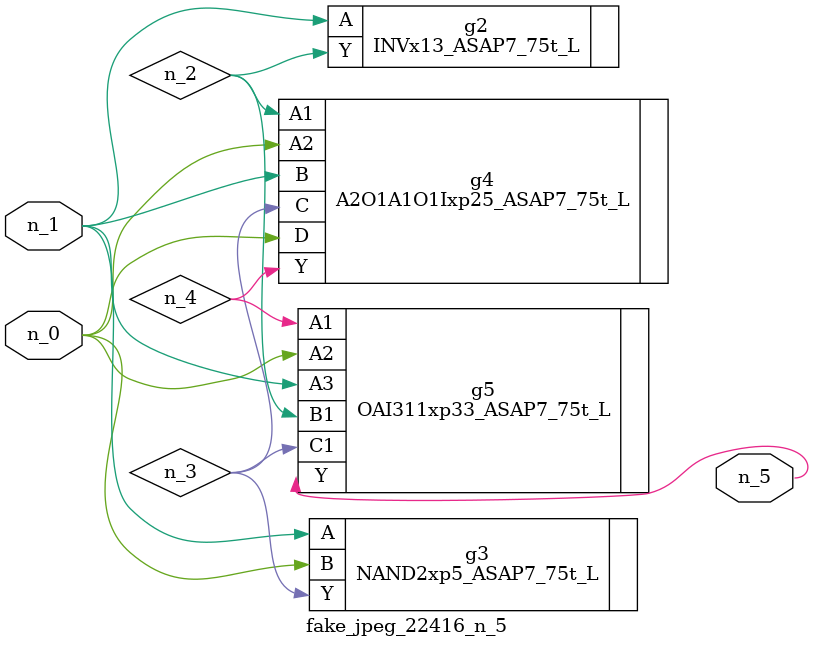
<source format=v>
module fake_jpeg_22416_n_5 (n_0, n_1, n_5);

input n_0;
input n_1;

output n_5;

wire n_3;
wire n_2;
wire n_4;

INVx13_ASAP7_75t_L g2 ( 
.A(n_1),
.Y(n_2)
);

NAND2xp5_ASAP7_75t_L g3 ( 
.A(n_1),
.B(n_0),
.Y(n_3)
);

A2O1A1O1Ixp25_ASAP7_75t_L g4 ( 
.A1(n_2),
.A2(n_0),
.B(n_1),
.C(n_3),
.D(n_0),
.Y(n_4)
);

OAI311xp33_ASAP7_75t_L g5 ( 
.A1(n_4),
.A2(n_0),
.A3(n_1),
.B1(n_2),
.C1(n_3),
.Y(n_5)
);


endmodule
</source>
